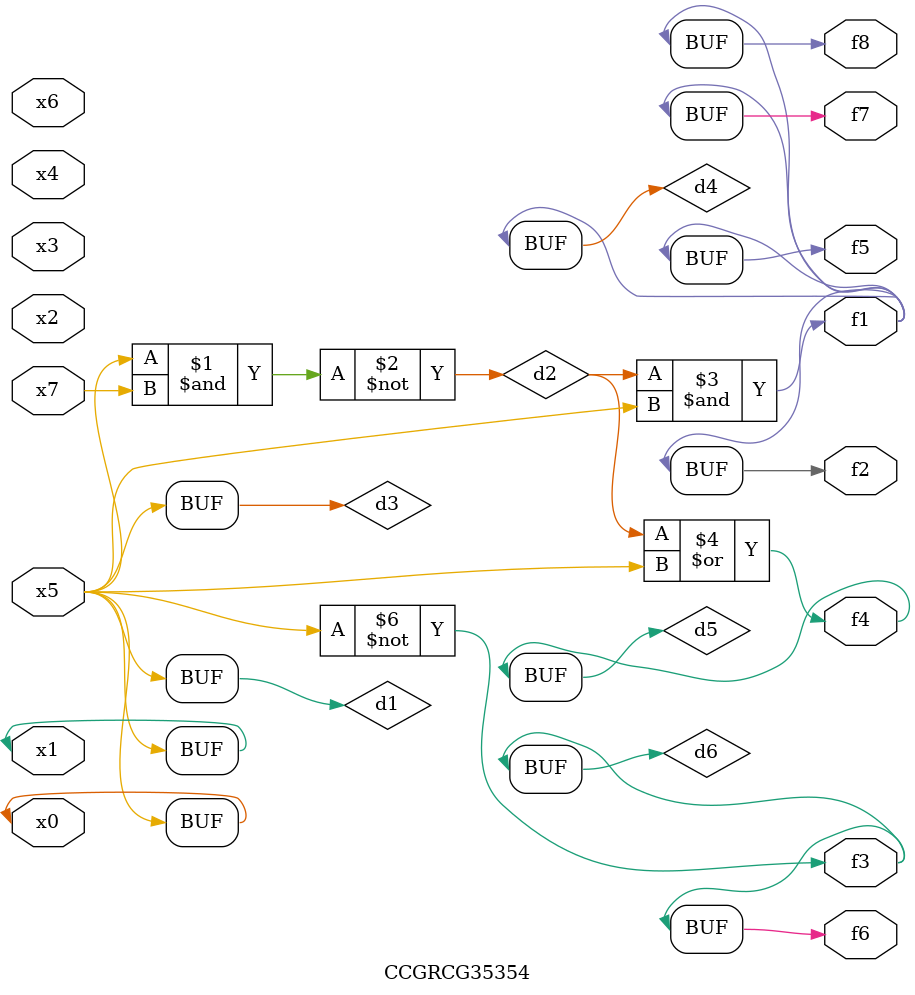
<source format=v>
module CCGRCG35354(
	input x0, x1, x2, x3, x4, x5, x6, x7,
	output f1, f2, f3, f4, f5, f6, f7, f8
);

	wire d1, d2, d3, d4, d5, d6;

	buf (d1, x0, x5);
	nand (d2, x5, x7);
	buf (d3, x0, x1);
	and (d4, d2, d3);
	or (d5, d2, d3);
	nor (d6, d1, d3);
	assign f1 = d4;
	assign f2 = d4;
	assign f3 = d6;
	assign f4 = d5;
	assign f5 = d4;
	assign f6 = d6;
	assign f7 = d4;
	assign f8 = d4;
endmodule

</source>
